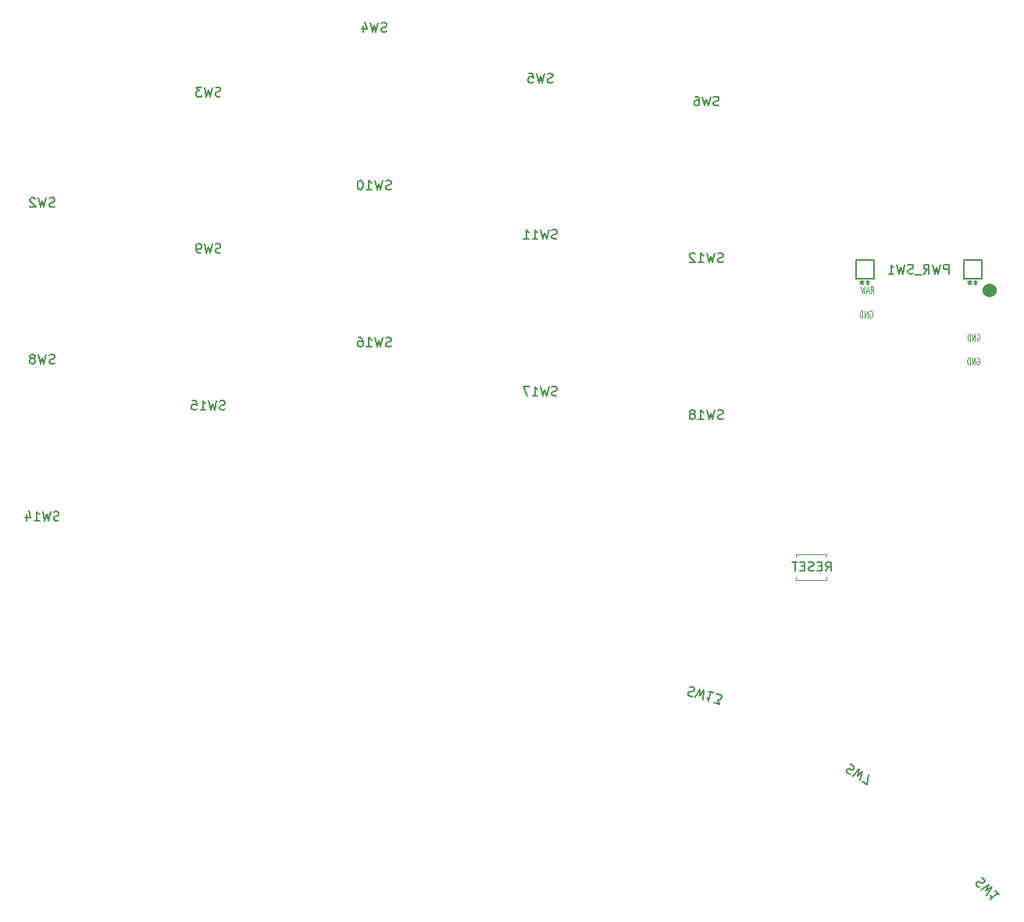
<source format=gbr>
%TF.GenerationSoftware,KiCad,Pcbnew,(6.0.2-0)*%
%TF.CreationDate,2022-03-03T20:02:48-06:00*%
%TF.ProjectId,Exkeylibur,45786b65-796c-4696-9275-722e6b696361,rev?*%
%TF.SameCoordinates,Original*%
%TF.FileFunction,Legend,Bot*%
%TF.FilePolarity,Positive*%
%FSLAX46Y46*%
G04 Gerber Fmt 4.6, Leading zero omitted, Abs format (unit mm)*
G04 Created by KiCad (PCBNEW (6.0.2-0)) date 2022-03-03 20:02:48*
%MOMM*%
%LPD*%
G01*
G04 APERTURE LIST*
%ADD10C,0.125000*%
%ADD11C,0.150000*%
%ADD12C,0.120000*%
%ADD13C,1.524000*%
G04 APERTURE END LIST*
D10*
%TO.C,U1*%
X115416396Y-53383285D02*
X115583062Y-53026142D01*
X115702110Y-53383285D02*
X115702110Y-52633285D01*
X115511634Y-52633285D01*
X115464015Y-52669000D01*
X115440205Y-52704714D01*
X115416396Y-52776142D01*
X115416396Y-52883285D01*
X115440205Y-52954714D01*
X115464015Y-52990428D01*
X115511634Y-53026142D01*
X115702110Y-53026142D01*
X115225919Y-53169000D02*
X114987824Y-53169000D01*
X115273538Y-53383285D02*
X115106872Y-52633285D01*
X114940205Y-53383285D01*
X114821158Y-52633285D02*
X114702110Y-53383285D01*
X114606872Y-52847571D01*
X114511634Y-53383285D01*
X114392586Y-52633285D01*
X115322110Y-55309000D02*
X115369729Y-55273285D01*
X115441158Y-55273285D01*
X115512586Y-55309000D01*
X115560205Y-55380428D01*
X115584015Y-55451857D01*
X115607824Y-55594714D01*
X115607824Y-55701857D01*
X115584015Y-55844714D01*
X115560205Y-55916142D01*
X115512586Y-55987571D01*
X115441158Y-56023285D01*
X115393538Y-56023285D01*
X115322110Y-55987571D01*
X115298300Y-55951857D01*
X115298300Y-55701857D01*
X115393538Y-55701857D01*
X115084015Y-56023285D02*
X115084015Y-55273285D01*
X114798300Y-56023285D01*
X114798300Y-55273285D01*
X114560205Y-56023285D02*
X114560205Y-55273285D01*
X114441158Y-55273285D01*
X114369729Y-55309000D01*
X114322110Y-55380428D01*
X114298300Y-55451857D01*
X114274491Y-55594714D01*
X114274491Y-55701857D01*
X114298300Y-55844714D01*
X114322110Y-55916142D01*
X114369729Y-55987571D01*
X114441158Y-56023285D01*
X114560205Y-56023285D01*
D11*
D10*
X126972110Y-57839000D02*
X127019729Y-57803285D01*
X127091158Y-57803285D01*
X127162586Y-57839000D01*
X127210205Y-57910428D01*
X127234015Y-57981857D01*
X127257824Y-58124714D01*
X127257824Y-58231857D01*
X127234015Y-58374714D01*
X127210205Y-58446142D01*
X127162586Y-58517571D01*
X127091158Y-58553285D01*
X127043538Y-58553285D01*
X126972110Y-58517571D01*
X126948300Y-58481857D01*
X126948300Y-58231857D01*
X127043538Y-58231857D01*
X126734015Y-58553285D02*
X126734015Y-57803285D01*
X126448300Y-58553285D01*
X126448300Y-57803285D01*
X126210205Y-58553285D02*
X126210205Y-57803285D01*
X126091158Y-57803285D01*
X126019729Y-57839000D01*
X125972110Y-57910428D01*
X125948300Y-57981857D01*
X125924491Y-58124714D01*
X125924491Y-58231857D01*
X125948300Y-58374714D01*
X125972110Y-58446142D01*
X126019729Y-58517571D01*
X126091158Y-58553285D01*
X126210205Y-58553285D01*
X126952110Y-60419000D02*
X126999729Y-60383285D01*
X127071158Y-60383285D01*
X127142586Y-60419000D01*
X127190205Y-60490428D01*
X127214015Y-60561857D01*
X127237824Y-60704714D01*
X127237824Y-60811857D01*
X127214015Y-60954714D01*
X127190205Y-61026142D01*
X127142586Y-61097571D01*
X127071158Y-61133285D01*
X127023538Y-61133285D01*
X126952110Y-61097571D01*
X126928300Y-61061857D01*
X126928300Y-60811857D01*
X127023538Y-60811857D01*
X126714015Y-61133285D02*
X126714015Y-60383285D01*
X126428300Y-61133285D01*
X126428300Y-60383285D01*
X126190205Y-61133285D02*
X126190205Y-60383285D01*
X126071158Y-60383285D01*
X125999729Y-60419000D01*
X125952110Y-60490428D01*
X125928300Y-60561857D01*
X125904491Y-60704714D01*
X125904491Y-60811857D01*
X125928300Y-60954714D01*
X125952110Y-61026142D01*
X125999729Y-61097571D01*
X126071158Y-61133285D01*
X126190205Y-61133285D01*
D11*
%TO.C,SW16*%
X63438681Y-59120761D02*
X63295824Y-59168380D01*
X63057729Y-59168380D01*
X62962491Y-59120761D01*
X62914872Y-59073142D01*
X62867253Y-58977904D01*
X62867253Y-58882666D01*
X62914872Y-58787428D01*
X62962491Y-58739809D01*
X63057729Y-58692190D01*
X63248205Y-58644571D01*
X63343443Y-58596952D01*
X63391062Y-58549333D01*
X63438681Y-58454095D01*
X63438681Y-58358857D01*
X63391062Y-58263619D01*
X63343443Y-58216000D01*
X63248205Y-58168380D01*
X63010110Y-58168380D01*
X62867253Y-58216000D01*
X62533919Y-58168380D02*
X62295824Y-59168380D01*
X62105348Y-58454095D01*
X61914872Y-59168380D01*
X61676777Y-58168380D01*
X60772015Y-59168380D02*
X61343443Y-59168380D01*
X61057729Y-59168380D02*
X61057729Y-58168380D01*
X61152967Y-58311238D01*
X61248205Y-58406476D01*
X61343443Y-58454095D01*
X59914872Y-58168380D02*
X60105348Y-58168380D01*
X60200586Y-58216000D01*
X60248205Y-58263619D01*
X60343443Y-58406476D01*
X60391062Y-58596952D01*
X60391062Y-58977904D01*
X60343443Y-59073142D01*
X60295824Y-59120761D01*
X60200586Y-59168380D01*
X60010110Y-59168380D01*
X59914872Y-59120761D01*
X59867253Y-59073142D01*
X59819634Y-58977904D01*
X59819634Y-58739809D01*
X59867253Y-58644571D01*
X59914872Y-58596952D01*
X60010110Y-58549333D01*
X60200586Y-58549333D01*
X60295824Y-58596952D01*
X60343443Y-58644571D01*
X60391062Y-58739809D01*
%TO.C,SW7*%
X113189119Y-104467746D02*
X113336646Y-104497935D01*
X113542843Y-104616983D01*
X113601512Y-104705841D01*
X113618942Y-104770890D01*
X113612562Y-104877178D01*
X113564943Y-104959657D01*
X113476085Y-105018326D01*
X113411036Y-105035755D01*
X113304748Y-105029376D01*
X113115981Y-104975377D01*
X113009693Y-104968997D01*
X112944644Y-104986427D01*
X112855786Y-105045096D01*
X112808167Y-105127575D01*
X112801787Y-105233863D01*
X112819217Y-105298912D01*
X112877886Y-105387770D01*
X113084082Y-105506818D01*
X113231610Y-105537007D01*
X113496475Y-105744913D02*
X114202672Y-104997935D01*
X114010486Y-105711763D01*
X114532586Y-105188411D01*
X114238783Y-106173484D01*
X114486219Y-106316341D02*
X115063569Y-106649675D01*
X115192415Y-105569364D01*
%TO.C,SW15*%
X45438681Y-65978761D02*
X45295824Y-66026380D01*
X45057729Y-66026380D01*
X44962491Y-65978761D01*
X44914872Y-65931142D01*
X44867253Y-65835904D01*
X44867253Y-65740666D01*
X44914872Y-65645428D01*
X44962491Y-65597809D01*
X45057729Y-65550190D01*
X45248205Y-65502571D01*
X45343443Y-65454952D01*
X45391062Y-65407333D01*
X45438681Y-65312095D01*
X45438681Y-65216857D01*
X45391062Y-65121619D01*
X45343443Y-65074000D01*
X45248205Y-65026380D01*
X45010110Y-65026380D01*
X44867253Y-65074000D01*
X44533919Y-65026380D02*
X44295824Y-66026380D01*
X44105348Y-65312095D01*
X43914872Y-66026380D01*
X43676777Y-65026380D01*
X42772015Y-66026380D02*
X43343443Y-66026380D01*
X43057729Y-66026380D02*
X43057729Y-65026380D01*
X43152967Y-65169238D01*
X43248205Y-65264476D01*
X43343443Y-65312095D01*
X41867253Y-65026380D02*
X42343443Y-65026380D01*
X42391062Y-65502571D01*
X42343443Y-65454952D01*
X42248205Y-65407333D01*
X42010110Y-65407333D01*
X41914872Y-65454952D01*
X41867253Y-65502571D01*
X41819634Y-65597809D01*
X41819634Y-65835904D01*
X41867253Y-65931142D01*
X41914872Y-65978761D01*
X42010110Y-66026380D01*
X42248205Y-66026380D01*
X42343443Y-65978761D01*
X42391062Y-65931142D01*
%TO.C,SW13*%
X95812708Y-96057038D02*
X95963022Y-96048016D01*
X96193004Y-96109640D01*
X96272672Y-96180285D01*
X96306344Y-96238607D01*
X96327691Y-96342924D01*
X96303042Y-96434917D01*
X96232396Y-96514585D01*
X96174075Y-96548257D01*
X96069757Y-96569604D01*
X95873447Y-96566302D01*
X95769129Y-96587649D01*
X95710808Y-96621321D01*
X95640162Y-96700989D01*
X95615512Y-96792982D01*
X95636859Y-96897299D01*
X95670531Y-96955621D01*
X95750199Y-97026267D01*
X95980182Y-97087890D01*
X96130496Y-97078868D01*
X96440146Y-97211137D02*
X96928948Y-96306835D01*
X96928063Y-97046081D01*
X97296919Y-96405433D01*
X97268083Y-97432982D01*
X98400835Y-96701226D02*
X97848877Y-96553329D01*
X98124856Y-96627278D02*
X97866037Y-97593203D01*
X97811018Y-97430565D01*
X97743675Y-97313922D01*
X97664006Y-97243276D01*
X98463991Y-97753425D02*
X99061945Y-97913646D01*
X98838567Y-97459401D01*
X98976557Y-97496375D01*
X99080875Y-97475028D01*
X99139196Y-97441357D01*
X99209842Y-97361688D01*
X99271465Y-97131706D01*
X99250118Y-97027388D01*
X99216446Y-96969067D01*
X99136778Y-96898421D01*
X98860799Y-96824473D01*
X98756482Y-96845820D01*
X98698161Y-96879492D01*
%TO.C,SW17*%
X81438681Y-64454761D02*
X81295824Y-64502380D01*
X81057729Y-64502380D01*
X80962491Y-64454761D01*
X80914872Y-64407142D01*
X80867253Y-64311904D01*
X80867253Y-64216666D01*
X80914872Y-64121428D01*
X80962491Y-64073809D01*
X81057729Y-64026190D01*
X81248205Y-63978571D01*
X81343443Y-63930952D01*
X81391062Y-63883333D01*
X81438681Y-63788095D01*
X81438681Y-63692857D01*
X81391062Y-63597619D01*
X81343443Y-63550000D01*
X81248205Y-63502380D01*
X81010110Y-63502380D01*
X80867253Y-63550000D01*
X80533919Y-63502380D02*
X80295824Y-64502380D01*
X80105348Y-63788095D01*
X79914872Y-64502380D01*
X79676777Y-63502380D01*
X78772015Y-64502380D02*
X79343443Y-64502380D01*
X79057729Y-64502380D02*
X79057729Y-63502380D01*
X79152967Y-63645238D01*
X79248205Y-63740476D01*
X79343443Y-63788095D01*
X78438681Y-63502380D02*
X77772015Y-63502380D01*
X78200586Y-64502380D01*
%TO.C,SW18*%
X99418681Y-66994761D02*
X99275824Y-67042380D01*
X99037729Y-67042380D01*
X98942491Y-66994761D01*
X98894872Y-66947142D01*
X98847253Y-66851904D01*
X98847253Y-66756666D01*
X98894872Y-66661428D01*
X98942491Y-66613809D01*
X99037729Y-66566190D01*
X99228205Y-66518571D01*
X99323443Y-66470952D01*
X99371062Y-66423333D01*
X99418681Y-66328095D01*
X99418681Y-66232857D01*
X99371062Y-66137619D01*
X99323443Y-66090000D01*
X99228205Y-66042380D01*
X98990110Y-66042380D01*
X98847253Y-66090000D01*
X98513919Y-66042380D02*
X98275824Y-67042380D01*
X98085348Y-66328095D01*
X97894872Y-67042380D01*
X97656777Y-66042380D01*
X96752015Y-67042380D02*
X97323443Y-67042380D01*
X97037729Y-67042380D02*
X97037729Y-66042380D01*
X97132967Y-66185238D01*
X97228205Y-66280476D01*
X97323443Y-66328095D01*
X96180586Y-66470952D02*
X96275824Y-66423333D01*
X96323443Y-66375714D01*
X96371062Y-66280476D01*
X96371062Y-66232857D01*
X96323443Y-66137619D01*
X96275824Y-66090000D01*
X96180586Y-66042380D01*
X95990110Y-66042380D01*
X95894872Y-66090000D01*
X95847253Y-66137619D01*
X95799634Y-66232857D01*
X95799634Y-66280476D01*
X95847253Y-66375714D01*
X95894872Y-66423333D01*
X95990110Y-66470952D01*
X96180586Y-66470952D01*
X96275824Y-66518571D01*
X96323443Y-66566190D01*
X96371062Y-66661428D01*
X96371062Y-66851904D01*
X96323443Y-66947142D01*
X96275824Y-66994761D01*
X96180586Y-67042380D01*
X95990110Y-67042380D01*
X95894872Y-66994761D01*
X95847253Y-66947142D01*
X95799634Y-66851904D01*
X95799634Y-66661428D01*
X95847253Y-66566190D01*
X95894872Y-66518571D01*
X95990110Y-66470952D01*
%TO.C,SW4*%
X62962491Y-24986761D02*
X62819634Y-25034380D01*
X62581538Y-25034380D01*
X62486300Y-24986761D01*
X62438681Y-24939142D01*
X62391062Y-24843904D01*
X62391062Y-24748666D01*
X62438681Y-24653428D01*
X62486300Y-24605809D01*
X62581538Y-24558190D01*
X62772015Y-24510571D01*
X62867253Y-24462952D01*
X62914872Y-24415333D01*
X62962491Y-24320095D01*
X62962491Y-24224857D01*
X62914872Y-24129619D01*
X62867253Y-24082000D01*
X62772015Y-24034380D01*
X62533919Y-24034380D01*
X62391062Y-24082000D01*
X62057729Y-24034380D02*
X61819634Y-25034380D01*
X61629158Y-24320095D01*
X61438681Y-25034380D01*
X61200586Y-24034380D01*
X60391062Y-24367714D02*
X60391062Y-25034380D01*
X60629158Y-23986761D02*
X60867253Y-24701047D01*
X60248205Y-24701047D01*
%TO.C,SW3*%
X44962491Y-31986761D02*
X44819634Y-32034380D01*
X44581538Y-32034380D01*
X44486300Y-31986761D01*
X44438681Y-31939142D01*
X44391062Y-31843904D01*
X44391062Y-31748666D01*
X44438681Y-31653428D01*
X44486300Y-31605809D01*
X44581538Y-31558190D01*
X44772015Y-31510571D01*
X44867253Y-31462952D01*
X44914872Y-31415333D01*
X44962491Y-31320095D01*
X44962491Y-31224857D01*
X44914872Y-31129619D01*
X44867253Y-31082000D01*
X44772015Y-31034380D01*
X44533919Y-31034380D01*
X44391062Y-31082000D01*
X44057729Y-31034380D02*
X43819634Y-32034380D01*
X43629158Y-31320095D01*
X43438681Y-32034380D01*
X43200586Y-31034380D01*
X42914872Y-31034380D02*
X42295824Y-31034380D01*
X42629158Y-31415333D01*
X42486300Y-31415333D01*
X42391062Y-31462952D01*
X42343443Y-31510571D01*
X42295824Y-31605809D01*
X42295824Y-31843904D01*
X42343443Y-31939142D01*
X42391062Y-31986761D01*
X42486300Y-32034380D01*
X42772015Y-32034380D01*
X42867253Y-31986761D01*
X42914872Y-31939142D01*
%TO.C,SW9*%
X44962491Y-48960761D02*
X44819634Y-49008380D01*
X44581538Y-49008380D01*
X44486300Y-48960761D01*
X44438681Y-48913142D01*
X44391062Y-48817904D01*
X44391062Y-48722666D01*
X44438681Y-48627428D01*
X44486300Y-48579809D01*
X44581538Y-48532190D01*
X44772015Y-48484571D01*
X44867253Y-48436952D01*
X44914872Y-48389333D01*
X44962491Y-48294095D01*
X44962491Y-48198857D01*
X44914872Y-48103619D01*
X44867253Y-48056000D01*
X44772015Y-48008380D01*
X44533919Y-48008380D01*
X44391062Y-48056000D01*
X44057729Y-48008380D02*
X43819634Y-49008380D01*
X43629158Y-48294095D01*
X43438681Y-49008380D01*
X43200586Y-48008380D01*
X42772015Y-49008380D02*
X42581538Y-49008380D01*
X42486300Y-48960761D01*
X42438681Y-48913142D01*
X42343443Y-48770285D01*
X42295824Y-48579809D01*
X42295824Y-48198857D01*
X42343443Y-48103619D01*
X42391062Y-48056000D01*
X42486300Y-48008380D01*
X42676777Y-48008380D01*
X42772015Y-48056000D01*
X42819634Y-48103619D01*
X42867253Y-48198857D01*
X42867253Y-48436952D01*
X42819634Y-48532190D01*
X42772015Y-48579809D01*
X42676777Y-48627428D01*
X42486300Y-48627428D01*
X42391062Y-48579809D01*
X42343443Y-48532190D01*
X42295824Y-48436952D01*
%TO.C,SW14*%
X27438681Y-77986761D02*
X27295824Y-78034380D01*
X27057729Y-78034380D01*
X26962491Y-77986761D01*
X26914872Y-77939142D01*
X26867253Y-77843904D01*
X26867253Y-77748666D01*
X26914872Y-77653428D01*
X26962491Y-77605809D01*
X27057729Y-77558190D01*
X27248205Y-77510571D01*
X27343443Y-77462952D01*
X27391062Y-77415333D01*
X27438681Y-77320095D01*
X27438681Y-77224857D01*
X27391062Y-77129619D01*
X27343443Y-77082000D01*
X27248205Y-77034380D01*
X27010110Y-77034380D01*
X26867253Y-77082000D01*
X26533919Y-77034380D02*
X26295824Y-78034380D01*
X26105348Y-77320095D01*
X25914872Y-78034380D01*
X25676777Y-77034380D01*
X24772015Y-78034380D02*
X25343443Y-78034380D01*
X25057729Y-78034380D02*
X25057729Y-77034380D01*
X25152967Y-77177238D01*
X25248205Y-77272476D01*
X25343443Y-77320095D01*
X23914872Y-77367714D02*
X23914872Y-78034380D01*
X24152967Y-76986761D02*
X24391062Y-77701047D01*
X23772015Y-77701047D01*
%TO.C,SW12*%
X99418681Y-49976761D02*
X99275824Y-50024380D01*
X99037729Y-50024380D01*
X98942491Y-49976761D01*
X98894872Y-49929142D01*
X98847253Y-49833904D01*
X98847253Y-49738666D01*
X98894872Y-49643428D01*
X98942491Y-49595809D01*
X99037729Y-49548190D01*
X99228205Y-49500571D01*
X99323443Y-49452952D01*
X99371062Y-49405333D01*
X99418681Y-49310095D01*
X99418681Y-49214857D01*
X99371062Y-49119619D01*
X99323443Y-49072000D01*
X99228205Y-49024380D01*
X98990110Y-49024380D01*
X98847253Y-49072000D01*
X98513919Y-49024380D02*
X98275824Y-50024380D01*
X98085348Y-49310095D01*
X97894872Y-50024380D01*
X97656777Y-49024380D01*
X96752015Y-50024380D02*
X97323443Y-50024380D01*
X97037729Y-50024380D02*
X97037729Y-49024380D01*
X97132967Y-49167238D01*
X97228205Y-49262476D01*
X97323443Y-49310095D01*
X96371062Y-49119619D02*
X96323443Y-49072000D01*
X96228205Y-49024380D01*
X95990110Y-49024380D01*
X95894872Y-49072000D01*
X95847253Y-49119619D01*
X95799634Y-49214857D01*
X95799634Y-49310095D01*
X95847253Y-49452952D01*
X96418681Y-50024380D01*
X95799634Y-50024380D01*
%TO.C,SW11*%
X81438681Y-47436761D02*
X81295824Y-47484380D01*
X81057729Y-47484380D01*
X80962491Y-47436761D01*
X80914872Y-47389142D01*
X80867253Y-47293904D01*
X80867253Y-47198666D01*
X80914872Y-47103428D01*
X80962491Y-47055809D01*
X81057729Y-47008190D01*
X81248205Y-46960571D01*
X81343443Y-46912952D01*
X81391062Y-46865333D01*
X81438681Y-46770095D01*
X81438681Y-46674857D01*
X81391062Y-46579619D01*
X81343443Y-46532000D01*
X81248205Y-46484380D01*
X81010110Y-46484380D01*
X80867253Y-46532000D01*
X80533919Y-46484380D02*
X80295824Y-47484380D01*
X80105348Y-46770095D01*
X79914872Y-47484380D01*
X79676777Y-46484380D01*
X78772015Y-47484380D02*
X79343443Y-47484380D01*
X79057729Y-47484380D02*
X79057729Y-46484380D01*
X79152967Y-46627238D01*
X79248205Y-46722476D01*
X79343443Y-46770095D01*
X77819634Y-47484380D02*
X78391062Y-47484380D01*
X78105348Y-47484380D02*
X78105348Y-46484380D01*
X78200586Y-46627238D01*
X78295824Y-46722476D01*
X78391062Y-46770095D01*
%TO.C,SW8*%
X26962491Y-60986761D02*
X26819634Y-61034380D01*
X26581538Y-61034380D01*
X26486300Y-60986761D01*
X26438681Y-60939142D01*
X26391062Y-60843904D01*
X26391062Y-60748666D01*
X26438681Y-60653428D01*
X26486300Y-60605809D01*
X26581538Y-60558190D01*
X26772015Y-60510571D01*
X26867253Y-60462952D01*
X26914872Y-60415333D01*
X26962491Y-60320095D01*
X26962491Y-60224857D01*
X26914872Y-60129619D01*
X26867253Y-60082000D01*
X26772015Y-60034380D01*
X26533919Y-60034380D01*
X26391062Y-60082000D01*
X26057729Y-60034380D02*
X25819634Y-61034380D01*
X25629158Y-60320095D01*
X25438681Y-61034380D01*
X25200586Y-60034380D01*
X24676777Y-60462952D02*
X24772015Y-60415333D01*
X24819634Y-60367714D01*
X24867253Y-60272476D01*
X24867253Y-60224857D01*
X24819634Y-60129619D01*
X24772015Y-60082000D01*
X24676777Y-60034380D01*
X24486300Y-60034380D01*
X24391062Y-60082000D01*
X24343443Y-60129619D01*
X24295824Y-60224857D01*
X24295824Y-60272476D01*
X24343443Y-60367714D01*
X24391062Y-60415333D01*
X24486300Y-60462952D01*
X24676777Y-60462952D01*
X24772015Y-60510571D01*
X24819634Y-60558190D01*
X24867253Y-60653428D01*
X24867253Y-60843904D01*
X24819634Y-60939142D01*
X24772015Y-60986761D01*
X24676777Y-61034380D01*
X24486300Y-61034380D01*
X24391062Y-60986761D01*
X24343443Y-60939142D01*
X24295824Y-60843904D01*
X24295824Y-60653428D01*
X24343443Y-60558190D01*
X24391062Y-60510571D01*
X24486300Y-60462952D01*
%TO.C,SW6*%
X98962491Y-32986761D02*
X98819634Y-33034380D01*
X98581538Y-33034380D01*
X98486300Y-32986761D01*
X98438681Y-32939142D01*
X98391062Y-32843904D01*
X98391062Y-32748666D01*
X98438681Y-32653428D01*
X98486300Y-32605809D01*
X98581538Y-32558190D01*
X98772015Y-32510571D01*
X98867253Y-32462952D01*
X98914872Y-32415333D01*
X98962491Y-32320095D01*
X98962491Y-32224857D01*
X98914872Y-32129619D01*
X98867253Y-32082000D01*
X98772015Y-32034380D01*
X98533919Y-32034380D01*
X98391062Y-32082000D01*
X98057729Y-32034380D02*
X97819634Y-33034380D01*
X97629158Y-32320095D01*
X97438681Y-33034380D01*
X97200586Y-32034380D01*
X96391062Y-32034380D02*
X96581538Y-32034380D01*
X96676777Y-32082000D01*
X96724396Y-32129619D01*
X96819634Y-32272476D01*
X96867253Y-32462952D01*
X96867253Y-32843904D01*
X96819634Y-32939142D01*
X96772015Y-32986761D01*
X96676777Y-33034380D01*
X96486300Y-33034380D01*
X96391062Y-32986761D01*
X96343443Y-32939142D01*
X96295824Y-32843904D01*
X96295824Y-32605809D01*
X96343443Y-32510571D01*
X96391062Y-32462952D01*
X96486300Y-32415333D01*
X96676777Y-32415333D01*
X96772015Y-32462952D01*
X96819634Y-32510571D01*
X96867253Y-32605809D01*
%TO.C,SW5*%
X80962491Y-30486761D02*
X80819634Y-30534380D01*
X80581538Y-30534380D01*
X80486300Y-30486761D01*
X80438681Y-30439142D01*
X80391062Y-30343904D01*
X80391062Y-30248666D01*
X80438681Y-30153428D01*
X80486300Y-30105809D01*
X80581538Y-30058190D01*
X80772015Y-30010571D01*
X80867253Y-29962952D01*
X80914872Y-29915333D01*
X80962491Y-29820095D01*
X80962491Y-29724857D01*
X80914872Y-29629619D01*
X80867253Y-29582000D01*
X80772015Y-29534380D01*
X80533919Y-29534380D01*
X80391062Y-29582000D01*
X80057729Y-29534380D02*
X79819634Y-30534380D01*
X79629158Y-29820095D01*
X79438681Y-30534380D01*
X79200586Y-29534380D01*
X78343443Y-29534380D02*
X78819634Y-29534380D01*
X78867253Y-30010571D01*
X78819634Y-29962952D01*
X78724396Y-29915333D01*
X78486300Y-29915333D01*
X78391062Y-29962952D01*
X78343443Y-30010571D01*
X78295824Y-30105809D01*
X78295824Y-30343904D01*
X78343443Y-30439142D01*
X78391062Y-30486761D01*
X78486300Y-30534380D01*
X78724396Y-30534380D01*
X78819634Y-30486761D01*
X78867253Y-30439142D01*
%TO.C,SW2*%
X26962491Y-43986761D02*
X26819634Y-44034380D01*
X26581538Y-44034380D01*
X26486300Y-43986761D01*
X26438681Y-43939142D01*
X26391062Y-43843904D01*
X26391062Y-43748666D01*
X26438681Y-43653428D01*
X26486300Y-43605809D01*
X26581538Y-43558190D01*
X26772015Y-43510571D01*
X26867253Y-43462952D01*
X26914872Y-43415333D01*
X26962491Y-43320095D01*
X26962491Y-43224857D01*
X26914872Y-43129619D01*
X26867253Y-43082000D01*
X26772015Y-43034380D01*
X26533919Y-43034380D01*
X26391062Y-43082000D01*
X26057729Y-43034380D02*
X25819634Y-44034380D01*
X25629158Y-43320095D01*
X25438681Y-44034380D01*
X25200586Y-43034380D01*
X24867253Y-43129619D02*
X24819634Y-43082000D01*
X24724396Y-43034380D01*
X24486300Y-43034380D01*
X24391062Y-43082000D01*
X24343443Y-43129619D01*
X24295824Y-43224857D01*
X24295824Y-43320095D01*
X24343443Y-43462952D01*
X24914872Y-44034380D01*
X24295824Y-44034380D01*
%TO.C,RSW1*%
X110552538Y-83510380D02*
X110885872Y-83034190D01*
X111123967Y-83510380D02*
X111123967Y-82510380D01*
X110743015Y-82510380D01*
X110647777Y-82558000D01*
X110600158Y-82605619D01*
X110552538Y-82700857D01*
X110552538Y-82843714D01*
X110600158Y-82938952D01*
X110647777Y-82986571D01*
X110743015Y-83034190D01*
X111123967Y-83034190D01*
X110123967Y-82986571D02*
X109790634Y-82986571D01*
X109647777Y-83510380D02*
X110123967Y-83510380D01*
X110123967Y-82510380D01*
X109647777Y-82510380D01*
X109266824Y-83462761D02*
X109123967Y-83510380D01*
X108885872Y-83510380D01*
X108790634Y-83462761D01*
X108743015Y-83415142D01*
X108695396Y-83319904D01*
X108695396Y-83224666D01*
X108743015Y-83129428D01*
X108790634Y-83081809D01*
X108885872Y-83034190D01*
X109076348Y-82986571D01*
X109171586Y-82938952D01*
X109219205Y-82891333D01*
X109266824Y-82796095D01*
X109266824Y-82700857D01*
X109219205Y-82605619D01*
X109171586Y-82558000D01*
X109076348Y-82510380D01*
X108838253Y-82510380D01*
X108695396Y-82558000D01*
X108266824Y-82986571D02*
X107933491Y-82986571D01*
X107790634Y-83510380D02*
X108266824Y-83510380D01*
X108266824Y-82510380D01*
X107790634Y-82510380D01*
X107504919Y-82510380D02*
X106933491Y-82510380D01*
X107219205Y-83510380D02*
X107219205Y-82510380D01*
%TO.C,SW10*%
X63438681Y-42102761D02*
X63295824Y-42150380D01*
X63057729Y-42150380D01*
X62962491Y-42102761D01*
X62914872Y-42055142D01*
X62867253Y-41959904D01*
X62867253Y-41864666D01*
X62914872Y-41769428D01*
X62962491Y-41721809D01*
X63057729Y-41674190D01*
X63248205Y-41626571D01*
X63343443Y-41578952D01*
X63391062Y-41531333D01*
X63438681Y-41436095D01*
X63438681Y-41340857D01*
X63391062Y-41245619D01*
X63343443Y-41198000D01*
X63248205Y-41150380D01*
X63010110Y-41150380D01*
X62867253Y-41198000D01*
X62533919Y-41150380D02*
X62295824Y-42150380D01*
X62105348Y-41436095D01*
X61914872Y-42150380D01*
X61676777Y-41150380D01*
X60772015Y-42150380D02*
X61343443Y-42150380D01*
X61057729Y-42150380D02*
X61057729Y-41150380D01*
X61152967Y-41293238D01*
X61248205Y-41388476D01*
X61343443Y-41436095D01*
X60152967Y-41150380D02*
X60057729Y-41150380D01*
X59962491Y-41198000D01*
X59914872Y-41245619D01*
X59867253Y-41340857D01*
X59819634Y-41531333D01*
X59819634Y-41769428D01*
X59867253Y-41959904D01*
X59914872Y-42055142D01*
X59962491Y-42102761D01*
X60057729Y-42150380D01*
X60152967Y-42150380D01*
X60248205Y-42102761D01*
X60295824Y-42055142D01*
X60343443Y-41959904D01*
X60391062Y-41769428D01*
X60391062Y-41531333D01*
X60343443Y-41340857D01*
X60295824Y-41245619D01*
X60248205Y-41198000D01*
X60152967Y-41150380D01*
%TO.C,BT_V1*%
X126808796Y-52005895D02*
X126808796Y-52199419D01*
X127002319Y-52122009D02*
X126808796Y-52199419D01*
X126615272Y-52122009D01*
X126924910Y-52354238D02*
X126808796Y-52199419D01*
X126692681Y-52354238D01*
X126189519Y-52005895D02*
X126189519Y-52199419D01*
X126383043Y-52122009D02*
X126189519Y-52199419D01*
X125995996Y-52122009D01*
X126305634Y-52354238D02*
X126189519Y-52199419D01*
X126073405Y-52354238D01*
%TO.C,BT_GND1*%
X115124796Y-52005895D02*
X115124796Y-52199419D01*
X115318319Y-52122009D02*
X115124796Y-52199419D01*
X114931272Y-52122009D01*
X115240910Y-52354238D02*
X115124796Y-52199419D01*
X115008681Y-52354238D01*
X114505519Y-52005895D02*
X114505519Y-52199419D01*
X114699043Y-52122009D02*
X114505519Y-52199419D01*
X114311996Y-52122009D01*
X114621634Y-52354238D02*
X114505519Y-52199419D01*
X114389405Y-52354238D01*
%TO.C,SW1*%
X127441167Y-116754454D02*
X127575854Y-116821797D01*
X127744213Y-116990156D01*
X127777885Y-117091171D01*
X127777885Y-117158515D01*
X127744213Y-117259530D01*
X127676870Y-117326873D01*
X127575854Y-117360545D01*
X127508511Y-117360545D01*
X127407496Y-117326873D01*
X127239137Y-117225858D01*
X127138122Y-117192186D01*
X127070778Y-117192186D01*
X126969763Y-117225858D01*
X126902419Y-117293202D01*
X126868748Y-117394217D01*
X126868748Y-117461560D01*
X126902419Y-117562576D01*
X127070778Y-117730934D01*
X127205465Y-117798278D01*
X127407496Y-118067652D02*
X128282961Y-117528904D01*
X127912572Y-118168667D01*
X128552335Y-117798278D01*
X128013587Y-118673743D01*
X129360457Y-118606400D02*
X128956396Y-118202339D01*
X129158427Y-118404369D02*
X128451320Y-119111476D01*
X128484992Y-118943117D01*
X128484992Y-118808430D01*
X128451320Y-118707415D01*
%TO.C,PWR_SW1*%
X123895253Y-51268380D02*
X123895253Y-50268380D01*
X123514300Y-50268380D01*
X123419062Y-50316000D01*
X123371443Y-50363619D01*
X123323824Y-50458857D01*
X123323824Y-50601714D01*
X123371443Y-50696952D01*
X123419062Y-50744571D01*
X123514300Y-50792190D01*
X123895253Y-50792190D01*
X122990491Y-50268380D02*
X122752396Y-51268380D01*
X122561919Y-50554095D01*
X122371443Y-51268380D01*
X122133348Y-50268380D01*
X121180967Y-51268380D02*
X121514300Y-50792190D01*
X121752396Y-51268380D02*
X121752396Y-50268380D01*
X121371443Y-50268380D01*
X121276205Y-50316000D01*
X121228586Y-50363619D01*
X121180967Y-50458857D01*
X121180967Y-50601714D01*
X121228586Y-50696952D01*
X121276205Y-50744571D01*
X121371443Y-50792190D01*
X121752396Y-50792190D01*
X120990491Y-51363619D02*
X120228586Y-51363619D01*
X120038110Y-51220761D02*
X119895253Y-51268380D01*
X119657158Y-51268380D01*
X119561919Y-51220761D01*
X119514300Y-51173142D01*
X119466681Y-51077904D01*
X119466681Y-50982666D01*
X119514300Y-50887428D01*
X119561919Y-50839809D01*
X119657158Y-50792190D01*
X119847634Y-50744571D01*
X119942872Y-50696952D01*
X119990491Y-50649333D01*
X120038110Y-50554095D01*
X120038110Y-50458857D01*
X119990491Y-50363619D01*
X119942872Y-50316000D01*
X119847634Y-50268380D01*
X119609538Y-50268380D01*
X119466681Y-50316000D01*
X119133348Y-50268380D02*
X118895253Y-51268380D01*
X118704777Y-50554095D01*
X118514300Y-51268380D01*
X118276205Y-50268380D01*
X117371443Y-51268380D02*
X117942872Y-51268380D01*
X117657158Y-51268380D02*
X117657158Y-50268380D01*
X117752396Y-50411238D01*
X117847634Y-50506476D01*
X117942872Y-50554095D01*
%TO.C,BT_V1*%
X127499158Y-51800000D02*
X125499158Y-51800000D01*
X127499158Y-49800000D02*
X127499158Y-51800000D01*
X125499158Y-49800000D02*
X127499158Y-49800000D01*
X125499158Y-51800000D02*
X125499158Y-49800000D01*
%TO.C,BT_GND1*%
X115815158Y-51800000D02*
X113815158Y-51800000D01*
X113815158Y-49800000D02*
X115815158Y-49800000D01*
X115815158Y-49800000D02*
X115815158Y-51800000D01*
X113815158Y-51800000D02*
X113815158Y-49800000D01*
D12*
%TO.C,RSW1*%
X107330425Y-81656425D02*
X110630425Y-81656425D01*
X110630425Y-84456425D02*
X110630425Y-84156425D01*
X110630425Y-81656425D02*
X110630425Y-81956425D01*
X107330425Y-84156425D02*
X107330425Y-84456425D01*
X107330425Y-81956425D02*
X107330425Y-81656425D01*
X107330425Y-84456425D02*
X110630425Y-84456425D01*
%TD*%
D13*
%TO.C,U1*%
X128322558Y-53086000D03*
%TD*%
M02*

</source>
